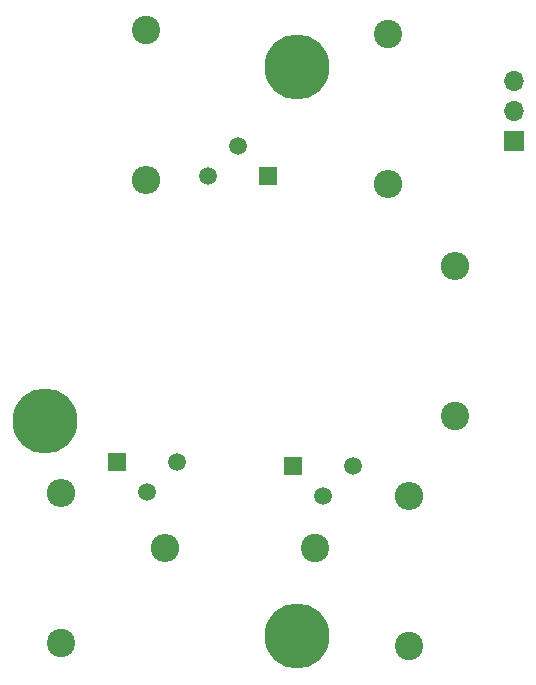
<source format=gbs>
G04 #@! TF.GenerationSoftware,KiCad,Pcbnew,9.0.0*
G04 #@! TF.CreationDate,2025-04-29T16:13:28+03:00*
G04 #@! TF.ProjectId,LED-BOARD,4c45442d-424f-4415-9244-2e6b69636164,rev?*
G04 #@! TF.SameCoordinates,Original*
G04 #@! TF.FileFunction,Soldermask,Bot*
G04 #@! TF.FilePolarity,Negative*
%FSLAX46Y46*%
G04 Gerber Fmt 4.6, Leading zero omitted, Abs format (unit mm)*
G04 Created by KiCad (PCBNEW 9.0.0) date 2025-04-29 16:13:28*
%MOMM*%
%LPD*%
G01*
G04 APERTURE LIST*
%ADD10C,5.500000*%
%ADD11C,2.400000*%
%ADD12O,2.400000X2.400000*%
%ADD13R,1.500000X1.500000*%
%ADD14C,1.500000*%
%ADD15R,1.700000X1.700000*%
%ADD16O,1.700000X1.700000*%
G04 APERTURE END LIST*
D10*
X128150000Y-64050000D03*
D11*
X141450000Y-93600000D03*
D12*
X141450000Y-80900000D03*
D13*
X125690000Y-73270000D03*
D14*
X123150000Y-70730000D03*
X120609999Y-73270001D03*
D11*
X137600000Y-113050000D03*
D12*
X137600000Y-100350000D03*
D11*
X135800000Y-61250000D03*
D12*
X135800000Y-73950000D03*
D13*
X127810001Y-97830000D03*
D14*
X130350001Y-100370000D03*
X132890001Y-97830001D03*
D13*
X112860000Y-97530001D03*
D14*
X115400000Y-100070001D03*
X117940002Y-97529999D03*
D11*
X129600000Y-104799999D03*
D12*
X116900000Y-104799999D03*
D11*
X108150000Y-112800000D03*
D12*
X108150000Y-100100000D03*
D11*
X115300000Y-60950000D03*
D12*
X115300000Y-73650000D03*
D10*
X128150000Y-112250000D03*
D15*
X146450000Y-70340000D03*
D16*
X146450000Y-67800000D03*
X146449999Y-65259999D03*
D10*
X106800000Y-94050000D03*
M02*

</source>
